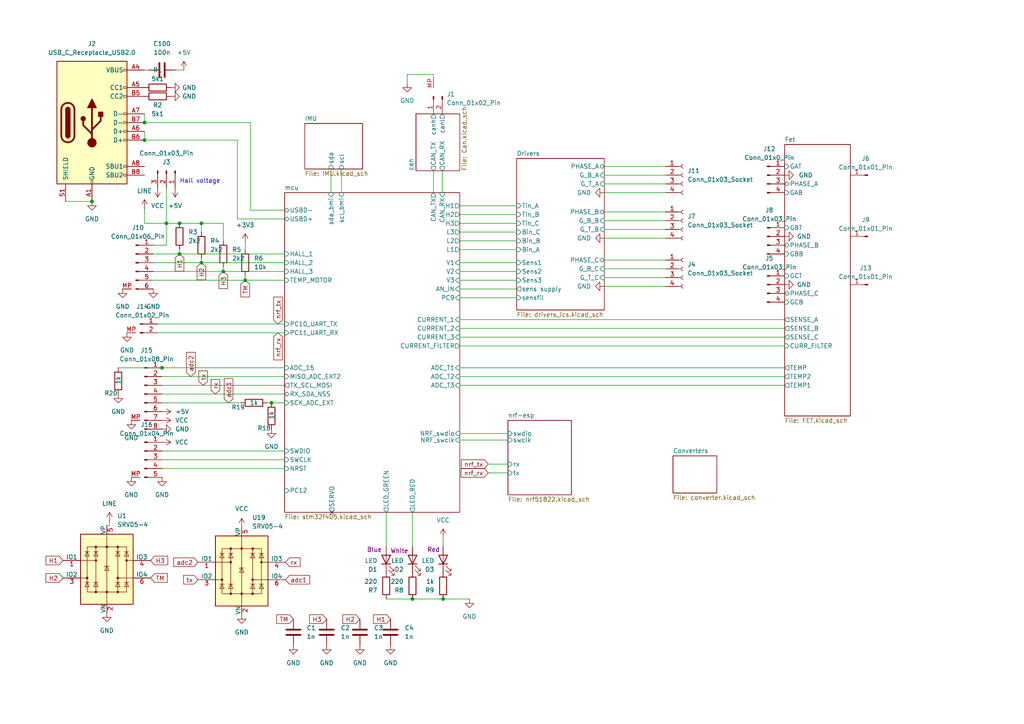
<source format=kicad_sch>
(kicad_sch (version 20231120) (generator "eeschema") (generator_version "8.0")
  (paper "A4")
  (title_block (title "BaguettESC100-100") (date "2024-11-09") (rev "Prot-1"))
  (lib_symbols
    (symbol "Conn_01x02_Pin_1" (pin_names (offset 1.016) hide)
      (property "Reference" "J14" (at 0.635 5.08 0))
      (property "Value" "Conn_01x02_Pin" (at 0.635 2.54 0))
      (symbol "Conn_01x02_Pin_1_1_1"
        (polyline (pts (xy 1.27 -2.54) (xy 0.8636 -2.54)) (stroke (width 0.1524)))
        (polyline (pts (xy 1.27 0) (xy 0.8636 0)) (stroke (width 0.1524)))
        (rectangle (start 0.8636 -2.413) (end 0 -2.667) (stroke (width 0.1524)) (fill (type outline)))
        (rectangle (start 0.8636 0.127) (end 0 -0.127) (stroke (width 0.1524)) (fill (type outline)))
        (pin passive line (at 5.08 0 180) (length 3.81) (name "Pin_1") (number "1"))
        (pin passive line (at 5.08 -2.54 180) (length 3.81) (name "Pin_2") (number "2"))
        (pin passive line (at -3.81 -2.54 0) (length 2.54) (name "MP") (number "MP"))
      )
    )
    (symbol "Connector:Conn_01x01_Pin" (pin_names (offset 1.016) hide)
      (property "Reference" "J" (at 0 2.54 0))
      (property "Value" "Conn_01x01_Pin" (at 0 -2.54 0))
      (symbol "Conn_01x01_Pin_1_1"
        (polyline (pts (xy 1.27 0) (xy 0.8636 0)) (stroke (width 0.1524)))
        (rectangle (start 0.8636 0.127) (end 0 -0.127) (stroke (width 0.1524)) (fill (type outline)))
        (pin passive line (at 5.08 0 180) (length 3.81) (name "Pin_1") (number "1"))
      )
    )
    (symbol "Connector:Conn_01x02_Pin" (pin_names (offset 1.016) hide)
      (property "Reference" "J1" (at -0.635 1.27 90))
      (property "Value" "Conn_01x02_Pin" (at 1.905 1.27 90))
      (symbol "Conn_01x02_Pin_1_1"
        (polyline (pts (xy 1.27 -2.54) (xy 0.8636 -2.54)) (stroke (width 0.1524)))
        (polyline (pts (xy 1.27 0) (xy 0.8636 0)) (stroke (width 0.1524)))
        (rectangle (start 0.8636 -2.413) (end 0 -2.667) (stroke (width 0.1524)) (fill (type outline)))
        (rectangle (start 0.8636 0.127) (end 0 -0.127) (stroke (width 0.1524)) (fill (type outline)))
        (pin passive line (at 5.08 -2.54 180) (length 3.81) (name "Pin_1") (number "1"))
        (pin passive line (at 5.08 0 180) (length 3.81) (name "Pin_2") (number "2"))
        (pin passive line (at -5.08 -2.54 0) (length 2.54) (name "MP") (number "MP"))
      )
    )
    (symbol "Connector:Conn_01x03_Pin" (pin_names (offset 1.016) hide)
      (property "Reference" "J" (at 0 5.08 0))
      (property "Value" "Conn_01x03_Pin" (at 0 -5.08 0))
      (symbol "Conn_01x03_Pin_1_1"
        (polyline (pts (xy 1.27 -2.54) (xy 0.8636 -2.54)) (stroke (width 0.1524)))
        (polyline (pts (xy 1.27 0) (xy 0.8636 0)) (stroke (width 0.1524)))
        (polyline (pts (xy 1.27 2.54) (xy 0.8636 2.54)) (stroke (width 0.1524)))
        (rectangle (start 0.8636 -2.413) (end 0 -2.667) (stroke (width 0.1524)) (fill (type outline)))
        (rectangle (start 0.8636 0.127) (end 0 -0.127) (stroke (width 0.1524)) (fill (type outline)))
        (rectangle (start 0.8636 2.667) (end 0 2.413) (stroke (width 0.1524)) (fill (type outline)))
        (pin passive line (at 5.08 2.54 180) (length 3.81) (name "Pin_1") (number "1"))
        (pin passive line (at 5.08 0 180) (length 3.81) (name "Pin_2") (number "2"))
        (pin passive line (at 5.08 -2.54 180) (length 3.81) (name "Pin_3") (number "3"))
      )
    )
    (symbol "Connector:Conn_01x04_Pin" (pin_names (offset 1.016) hide)
      (property "Reference" "J" (at 0 5.08 0))
      (property "Value" "Conn_01x04_Pin" (at 0 -7.62 0))
      (symbol "Conn_01x04_Pin_1_1"
        (polyline (pts (xy 1.27 -5.08) (xy 0.8636 -5.08)) (stroke (width 0.1524)))
        (polyline (pts (xy 1.27 -2.54) (xy 0.8636 -2.54)) (stroke (width 0.1524)))
        (polyline (pts (xy 1.27 0) (xy 0.8636 0)) (stroke (width 0.1524)))
        (polyline (pts (xy 1.27 2.54) (xy 0.8636 2.54)) (stroke (width 0.1524)))
        (rectangle (start 0.8636 -4.953) (end 0 -5.207) (stroke (width 0.1524)) (fill (type outline)))
        (rectangle (start 0.8636 -2.413) (end 0 -2.667) (stroke (width 0.1524)) (fill (type outline)))
        (rectangle (start 0.8636 0.127) (end 0 -0.127) (stroke (width 0.1524)) (fill (type outline)))
        (rectangle (start 0.8636 2.667) (end 0 2.413) (stroke (width 0.1524)) (fill (type outline)))
        (pin passive line (at 5.08 2.54 180) (length 3.81) (name "Pin_1") (number "1"))
        (pin passive line (at 5.08 0 180) (length 3.81) (name "Pin_2") (number "2"))
        (pin passive line (at 5.08 -2.54 180) (length 3.81) (name "Pin_3") (number "3"))
        (pin passive line (at 5.08 -5.08 180) (length 3.81) (name "Pin_4") (number "4"))
      )
    )
    (symbol "Connector:Conn_01x04_Socket" (pin_names (offset 1.016) hide)
      (property "Reference" "J" (at 0 5.08 0))
      (property "Value" "Conn_01x04_Socket" (at 0 -7.62 0))
      (symbol "Conn_01x04_Socket_1_1"
        (arc (start 0 -4.572) (mid -0.5058 -5.08) (end 0 -5.588) (stroke (width 0.1524)))
        (arc (start 0 -2.032) (mid -0.5058 -2.54) (end 0 -3.048) (stroke (width 0.1524)))
        (polyline (pts (xy -1.27 -5.08) (xy -0.508 -5.08)) (stroke (width 0.1524)))
        (polyline (pts (xy -1.27 -2.54) (xy -0.508 -2.54)) (stroke (width 0.1524)))
        (polyline (pts (xy -1.27 0) (xy -0.508 0)) (stroke (width 0.1524)))
        (polyline (pts (xy -1.27 2.54) (xy -0.508 2.54)) (stroke (width 0.1524)))
        (arc (start 0 0.508) (mid -0.5058 0) (end 0 -0.508) (stroke (width 0.1524)))
        (arc (start 0 3.048) (mid -0.5058 2.54) (end 0 2.032) (stroke (width 0.1524)))
        (pin passive line (at -5.08 2.54 0) (length 3.81) (name "Pin_1") (number "1"))
        (pin passive line (at -5.08 0 0) (length 3.81) (name "Pin_2") (number "2"))
        (pin passive line (at -5.08 -2.54 0) (length 3.81) (name "Pin_3") (number "3"))
        (pin passive line (at -5.08 -5.08 0) (length 3.81) (name "Pin_4") (number "4"))
      )
    )
    (symbol "Connector:Conn_01x05_Pin" (pin_names (offset 1.016) hide)
      (property "Reference" "J16" (at 0.635 10.16 0))
      (property "Value" "Conn_01x04_Pin" (at 0.635 7.62 0))
      (symbol "Conn_01x05_Pin_1_1"
        (polyline (pts (xy 1.27 -5.08) (xy 0.8636 -5.08)) (stroke (width 0.1524)))
        (polyline (pts (xy 1.27 -2.54) (xy 0.8636 -2.54)) (stroke (width 0.1524)))
        (polyline (pts (xy 1.27 0) (xy 0.8636 0)) (stroke (width 0.1524)))
        (polyline (pts (xy 1.27 2.54) (xy 0.8636 2.54)) (stroke (width 0.1524)))
        (polyline (pts (xy 1.27 5.08) (xy 0.8636 5.08)) (stroke (width 0.1524)))
        (rectangle (start 0.8636 -4.953) (end 0 -5.207) (stroke (width 0.1524)) (fill (type outline)))
        (rectangle (start 0.8636 -2.413) (end 0 -2.667) (stroke (width 0.1524)) (fill (type outline)))
        (rectangle (start 0.8636 0.127) (end 0 -0.127) (stroke (width 0.1524)) (fill (type outline)))
        (rectangle (start 0.8636 2.667) (end 0 2.413) (stroke (width 0.1524)) (fill (type outline)))
        (rectangle (start 0.8636 5.207) (end 0 4.953) (stroke (width 0.1524)) (fill (type outline)))
        (pin passive line (at 5.08 5.08 180) (length 3.81) (name "Pin_1") (number "1"))
        (pin passive line (at 5.08 2.54 180) (length 3.81) (name "Pin_2") (number "2"))
        (pin passive line (at 5.08 0 180) (length 3.81) (name "Pin_3") (number "3"))
        (pin passive line (at 5.08 -2.54 180) (length 3.81) (name "Pin_4") (number "4"))
        (pin passive line (at 5.08 -5.08 180) (length 3.81) (name "Pin_5") (number "5"))
        (pin input line (at -3.81 -5.08 0) (length 2.54) (name "MP") (number "MP"))
      )
    )
    (symbol "Connector:Conn_01x06_Pin" (pin_names (offset 1.016) hide)
      (property "Reference" "J10" (at 0.635 10.16 0))
      (property "Value" "Conn_01x06_Pin" (at 0.635 7.62 0))
      (symbol "Conn_01x06_Pin_1_1"
        (polyline (pts (xy 1.27 -7.62) (xy 0.8636 -7.62)) (stroke (width 0.1524)))
        (polyline (pts (xy 1.27 -5.08) (xy 0.8636 -5.08)) (stroke (width 0.1524)))
        (polyline (pts (xy 1.27 -2.54) (xy 0.8636 -2.54)) (stroke (width 0.1524)))
        (polyline (pts (xy 1.27 0) (xy 0.8636 0)) (stroke (width 0.1524)))
        (polyline (pts (xy 1.27 2.54) (xy 0.8636 2.54)) (stroke (width 0.1524)))
        (polyline (pts (xy 1.27 5.08) (xy 0.8636 5.08)) (stroke (width 0.1524)))
        (rectangle (start 0.8636 -7.493) (end 0 -7.747) (stroke (width 0.1524)) (fill (type outline)))
        (rectangle (start 0.8636 -4.953) (end 0 -5.207) (stroke (width 0.1524)) (fill (type outline)))
        (rectangle (start 0.8636 -2.413) (end 0 -2.667) (stroke (width 0.1524)) (fill (type outline)))
        (rectangle (start 0.8636 0.127) (end 0 -0.127) (stroke (width 0.1524)) (fill (type outline)))
        (rectangle (start 0.8636 2.667) (end 0 2.413) (stroke (width 0.1524)) (fill (type outline)))
        (rectangle (start 0.8636 5.207) (end 0 4.953) (stroke (width 0.1524)) (fill (type outline)))
        (pin passive line (at 5.08 5.08 180) (length 3.81) (name "Pin_1") (number "1"))
        (pin passive line (at 5.08 2.54 180) (length 3.81) (name "Pin_2") (number "2"))
        (pin passive line (at 5.08 0 180) (length 3.81) (name "Pin_3") (number "3"))
        (pin passive line (at 5.08 -2.54 180) (length 3.81) (name "Pin_4") (number "4"))
        (pin passive line (at 5.08 -5.08 180) (length 3.81) (name "Pin_5") (number "5"))
        (pin passive line (at 5.08 -7.62 180) (length 3.81) (name "Pin_6") (number "6"))
        (pin passive line (at -3.81 -7.62 0) (length 2.54) (name "MP") (number "MP"))
      )
    )
    (symbol "Connector:Conn_01x08_Pin" (pin_names (offset 1.016) hide)
      (property "Reference" "J15" (at 0.635 12.7 0))
      (property "Value" "Conn_01x08_Pin" (at 0.635 10.16 0))
      (symbol "Conn_01x08_Pin_1_1"
        (polyline (pts (xy 1.27 -10.16) (xy 0.8636 -10.16)) (stroke (width 0.1524)))
        (polyline (pts (xy 1.27 -7.62) (xy 0.8636 -7.62)) (stroke (width 0.1524)))
        (polyline (pts (xy 1.27 -5.08) (xy 0.8636 -5.08)) (stroke (width 0.1524)))
        (polyline (pts (xy 1.27 -2.54) (xy 0.8636 -2.54)) (stroke (width 0.1524)))
        (polyline (pts (xy 1.27 0) (xy 0.8636 0)) (stroke (width 0.1524)))
        (polyline (pts (xy 1.27 2.54) (xy 0.8636 2.54)) (stroke (width 0.1524)))
        (polyline (pts (xy 1.27 5.08) (xy 0.8636 5.08)) (stroke (width 0.1524)))
        (polyline (pts (xy 1.27 7.62) (xy 0.8636 7.62)) (stroke (width 0.1524)))
        (rectangle (start 0.8636 -10.033) (end 0 -10.287) (stroke (width 0.1524)) (fill (type outline)))
        (rectangle (start 0.8636 -7.493) (end 0 -7.747) (stroke (width 0.1524)) (fill (type outline)))
        (rectangle (start 0.8636 -4.953) (end 0 -5.207) (stroke (width 0.1524)) (fill (type outline)))
        (rectangle (start 0.8636 -2.413) (end 0 -2.667) (stroke (width 0.1524)) (fill (type outline)))
        (rectangle (start 0.8636 0.127) (end 0 -0.127) (stroke (width 0.1524)) (fill (type outline)))
        (rectangle (start 0.8636 2.667) (end 0 2.413) (stroke (width 0.1524)) (fill (type outline)))
        (rectangle (start 0.8636 5.207) (end 0 4.953) (stroke (width 0.1524)) (fill (type outline)))
        (rectangle (start 0.8636 7.747) (end 0 7.493) (stroke (width 0.1524)) (fill (type outline)))
        (pin passive line (at 5.08 7.62 180) (length 3.81) (name "Pin_1") (number "1"))
        (pin passive line (at 5.08 5.08 180) (length 3.81) (name "Pin_2") (number "2"))
        (pin passive line (at 5.08 2.54 180) (length 3.81) (name "Pin_3") (number "3"))
        (pin passive line (at 5.08 0 180) (length 3.81) (name "Pin_4") (number "4"))
        (pin passive line (at 5.08 -2.54 180) (length 3.81) (name "Pin_5") (number "5"))
        (pin passive line (at 5.08 -5.08 180) (length 3.81) (name "Pin_6") (number "6"))
        (pin passive line (at 5.08 -7.62 180) (length 3.81) (name "Pin_7") (number "7"))
        (pin passive line (at 5.08 -10.16 180) (length 3.81) (name "Pin_8") (number "8"))
        (pin passive line (at -3.81 -7.62 0) (length 2.54) (name "MP") (number "MP"))
      )
    )
    (symbol "Connector:USB_C_Receptacle_USB2.0" (pin_names (offset 1.016))
      (property "Reference" "J" (at -10.16 19.05 0))
      (property "Value" "USB_C_Receptacle_USB2.0" (at 19.05 19.05 0))
      (symbol "USB_C_Receptacle_USB2.0_0_0"
        (rectangle (start -0.254 -17.78) (end 0.254 -16.764))
        (rectangle (start 10.16 -14.986) (end 9.144 -15.494))
        (rectangle (start 10.16 -12.446) (end 9.144 -12.954))
        (rectangle (start 10.16 -4.826) (end 9.144 -5.334))
        (rectangle (start 10.16 -2.286) (end 9.144 -2.794))
        (rectangle (start 10.16 0.254) (end 9.144 -0.254))
        (rectangle (start 10.16 2.794) (end 9.144 2.286))
        (rectangle (start 10.16 7.874) (end 9.144 7.366))
        (rectangle (start 10.16 10.414) (end 9.144 9.906))
        (rectangle (start 10.16 15.494) (end 9.144 14.986))
      )
      (symbol "USB_C_Receptacle_USB2.0_0_1"
        (rectangle (start -10.16 17.78) (end 10.16 -17.78) (stroke (width 0.254)) (fill (type background)))
        (arc (start -8.89 -3.81) (mid -6.985 -5.7067) (end -5.08 -3.81) (stroke (width 0.508)))
        (arc (start -7.62 -3.81) (mid -6.985 -4.4423) (end -6.35 -3.81) (stroke (width 0.254)))
        (arc (start -7.62 -3.81) (mid -6.985 -4.4423) (end -6.35 -3.81) (stroke (width 0.254)) (fill (type outline)))
        (rectangle (start -7.62 -3.81) (end -6.35 3.81) (stroke (width 0.254)) (fill (type outline)))
        (arc (start -6.35 3.81) (mid -6.985 4.4423) (end -7.62 3.81) (stroke (width 0.254)))
        (arc (start -6.35 3.81) (mid -6.985 4.4423) (end -7.62 3.81) (stroke (width 0.254)) (fill (type outline)))
        (arc (start -5.08 3.81) (mid -6.985 5.7067) (end -8.89 3.81) (stroke (width 0.508)))
        (circle (center -2.54 1.143) (radius 0.635) (stroke (width 0.254)) (fill (type outline)))
        (circle (center 0 -5.842) (radius 1.27) (fill (type outline)))
        (polyline (pts (xy -8.89 -3.81) (xy -8.89 3.81)) (stroke (width 0.508)))
        (polyline (pts (xy -5.08 3.81) (xy -5.08 -3.81)) (stroke (width 0.508)))
        (polyline (pts (xy 0 -5.842) (xy 0 4.318)) (stroke (width 0.508)))
        (polyline (pts (xy 0 -3.302) (xy -2.54 -0.762) (xy -2.54 0.508)) (stroke (width 0.508)))
        (polyline (pts (xy 0 -2.032) (xy 2.54 0.508) (xy 2.54 1.778)) (stroke (width 0.508)))
        (polyline (pts (xy -1.27 4.318) (xy 0 6.858) (xy 1.27 4.318) (xy -1.27 4.318)) (stroke (width 0.254)) (fill (type outline)))
        (rectangle (start 1.905 1.778) (end 3.175 3.048) (stroke (width 0.254)) (fill (type outline)))
      )
      (symbol "USB_C_Receptacle_USB2.0_1_1"
        (pin passive line (at 0 -22.86 90) (length 5.08) (name "GND") (number "A1"))
        (pin passive line (at 0 -22.86 90) (length 5.08) hide (name "GND") (number "A12"))
        (pin passive line (at 15.24 15.24 180) (length 5.08) (name "VBUS") (number "A4"))
        (pin bidirectional line (at 15.24 10.16 180) (length 5.08) (name "CC1") (number "A5"))
        (pin bidirectional line (at 15.24 -2.54 180) (length 5.08) (name "D+") (number "A6"))
        (pin bidirectional line (at 15.24 2.54 180) (length 5.08) (name "D-") (number "A7"))
        (pin bidirectional line (at 15.24 -12.7 180) (length 5.08) (name "SBU1") (number "A8"))
        (pin passive line (at 15.24 15.24 180) (length 5.08) hide (name "VBUS") (number "A9"))
        (pin passive line (at 0 -22.86 90) (length 5.08) hide (name "GND") (number "B1"))
        (pin passive line (at 0 -22.86 90) (length 5.08) hide (name "GND") (number "B12"))
        (pin passive line (at 15.24 15.24 180) (length 5.08) hide (name "VBUS") (number "B4"))
        (pin bidirectional line (at 15.24 7.62 180) (length 5.08) (name "CC2") (number "B5"))
        (pin bidirectional line (at 15.24 -5.08 180) (length 5.08) (name "D+") (number "B6"))
        (pin bidirectional line (at 15.24 0 180) (length 5.08) (name "D-") (number "B7"))
        (pin bidirectional line (at 15.24 -15.24 180) (length 5.08) (name "SBU2") (number "B8"))
        (pin passive line (at 15.24 15.24 180) (length 5.08) hide (name "VBUS") (number "B9"))
        (pin passive line (at -7.62 -22.86 90) (length 5.08) (name "SHIELD") (number "S1"))
      )
    )
    (symbol "Device:C" (pin_numbers hide) (pin_names (offset 0.254))
      (property "Reference" "C" (at 0.635 2.54 0))
      (property "Value" "C" (at 0.635 -2.54 0))
      (symbol "C_0_1"
        (polyline (pts (xy -2.032 -0.762) (xy 2.032 -0.762)) (stroke (width 0.508)))
        (polyline (pts (xy -2.032 0.762) (xy 2.032 0.762)) (stroke (width 0.508)))
      )
      (symbol "C_1_1"
        (pin passive line (at 0 3.81 270) (length 2.794) (name "~") (number "1"))
        (pin passive line (at 0 -3.81 90) (length 2.794) (name "~") (number "2"))
      )
    )
    (symbol "Device:LED" (pin_numbers hide) (pin_names (offset 1.016) hide)
      (property "Reference" "D" (at 0 2.54 0))
      (property "Value" "LED" (at 0 -2.54 0))
      (symbol "LED_0_1"
        (polyline (pts (xy -1.27 -1.27) (xy -1.27 1.27)) (stroke (width 0.254)))
        (polyline (pts (xy -1.27 0) (xy 1.27 0)))
        (polyline (pts (xy 1.27 -1.27) (xy 1.27 1.27) (xy -1.27 0) (xy 1.27 -1.27)) (stroke (width 0.254)))
        (polyline (pts (xy -3.048 -0.762) (xy -4.572 -2.286) (xy -3.81 -2.286) (xy -4.572 -2.286) (xy -4.572 -1.524)))
        (polyline (pts (xy -1.778 -0.762) (xy -3.302 -2.286) (xy -2.54 -2.286) (xy -3.302 -2.286) (xy -3.302 -1.524)))
      )
      (symbol "LED_1_1"
        (pin passive line (at -3.81 0 0) (length 2.54) (name "K") (number "1"))
        (pin passive line (at 3.81 0 180) (length 2.54) (name "A") (number "2"))
      )
    )
    (symbol "Device:R" (pin_numbers hide) (pin_names (offset 0))
      (property "Reference" "R" (at 2.032 0 90))
      (property "Value" "R" (at 0 0 90))
      (symbol "R_0_1"
        (rectangle (start -1.016 -2.54) (end 1.016 2.54) (stroke (width 0.254)))
      )
      (symbol "R_1_1"
        (pin passive line (at 0 3.81 270) (length 1.27) (name "~") (number "1"))
        (pin passive line (at 0 -3.81 90) (length 1.27) (name "~") (number "2"))
      )
    )
    (symbol "Power_Protection:SRV05-4" (pin_names (offset 0))
      (property "Reference" "U" (at -5.08 11.43 0))
      (property "Value" "SRV05-4" (at 2.54 11.43 0))
      (symbol "SRV05-4_0_0"
        (rectangle (start -5.715 6.477) (end 5.715 -6.604))
        (polyline (pts (xy -3.175 -6.604) (xy -3.175 6.477)))
        (polyline (pts (xy 3.175 6.477) (xy 3.175 -6.604)))
      )
      (symbol "SRV05-4_0_1"
        (rectangle (start -7.62 10.16) (end 7.62 -10.16) (stroke (width 0.254)) (fill (type background)))
        (circle (center -5.715 -2.54) (radius 0.2794) (fill (type outline)))
        (circle (center -3.175 -6.604) (radius 0.2794) (fill (type outline)))
        (circle (center -3.175 2.54) (radius 0.2794) (fill (type outline)))
        (circle (center -3.175 6.477) (radius 0.2794) (fill (type outline)))
        (circle (center 0 -6.604) (radius 0.2794) (fill (type outline)))
        (polyline (pts (xy -7.747 2.54) (xy -3.175 2.54)))
        (polyline (pts (xy -7.62 -2.54) (xy -5.715 -2.54)))
        (polyline (pts (xy -5.08 -3.81) (xy -6.35 -3.81)))
        (polyline (pts (xy -5.08 5.08) (xy -6.35 5.08)))
        (polyline (pts (xy -2.54 -3.81) (xy -3.81 -3.81)))
        (polyline (pts (xy -2.54 5.08) (xy -3.81 5.08)))
        (polyline (pts (xy 0 10.16) (xy 0 -10.16)))
        (polyline (pts (xy 3.81 -3.81) (xy 2.54 -3.81)))
        (polyline (pts (xy 3.81 5.08) (xy 2.54 5.08)))
        (polyline (pts (xy 6.35 -3.81) (xy 5.08 -3.81)))
        (polyline (pts (xy 6.35 5.08) (xy 5.08 5.08)))
        (polyline (pts (xy 7.62 -2.54) (xy 3.175 -2.54)))
        (polyline (pts (xy 7.62 2.54) (xy 5.715 2.54)))
        (polyline (pts (xy 0.635 0.889) (xy -0.635 0.889) (xy -0.635 0.635)))
        (polyline (pts (xy -5.08 -5.08) (xy -6.35 -5.08) (xy -5.715 -3.81) (xy -5.08 -5.08)))
        (polyline (pts (xy -5.08 3.81) (xy -6.35 3.81) (xy -5.715 5.08) (xy -5.08 3.81)))
        (polyline (pts (xy -2.54 -5.08) (xy -3.81 -5.08) (xy -3.175 -3.81) (xy -2.54 -5.08)))
        (polyline (pts (xy -2.54 3.81) (xy -3.81 3.81) (xy -3.175 5.08) (xy -2.54 3.81)))
        (polyline (pts (xy 0.635 -0.381) (xy -0.635 -0.381) (xy 0 0.889) (xy 0.635 -0.381)))
        (polyline (pts (xy 3.81 -5.08) (xy 2.54 -5.08) (xy 3.175 -3.81) (xy 3.81 -5.08)))
        (polyline (pts (xy 3.81 3.81) (xy 2.54 3.81) (xy 3.175 5.08) (xy 3.81 3.81)))
        (polyline (pts (xy 6.35 -5.08) (xy 5.08 -5.08) (xy 5.715 -3.81) (xy 6.35 -5.08)))
        (polyline (pts (xy 6.35 3.81) (xy 5.08 3.81) (xy 5.715 5.08) (xy 6.35 3.81)))
        (circle (center 0 6.477) (radius 0.2794) (fill (type outline)))
        (circle (center 3.175 -6.604) (radius 0.2794) (fill (type outline)))
        (circle (center 3.175 -2.54) (radius 0.2794) (fill (type outline)))
        (circle (center 3.175 6.477) (radius 0.2794) (fill (type outline)))
        (circle (center 5.715 2.54) (radius 0.2794) (fill (type outline)))
      )
      (symbol "SRV05-4_1_1"
        (pin passive line (at -12.7 2.54 0) (length 5.08) (name "IO1") (number "1"))
        (pin passive line (at 0 -12.7 90) (length 2.54) (name "VN") (number "2"))
        (pin passive line (at -12.7 -2.54 0) (length 5.08) (name "IO2") (number "3"))
        (pin passive line (at 12.7 2.54 180) (length 5.08) (name "IO3") (number "4"))
        (pin passive line (at 0 12.7 270) (length 2.54) (name "VP") (number "5"))
        (pin passive line (at 12.7 -2.54 180) (length 5.08) (name "IO4") (number "6"))
      )
    )
    (symbol "power:+3V3" (power) (pin_names (offset 0))
      (property "Value" "+3V3" (at 0 3.556 0))
      (symbol "+3V3_0_1"
        (polyline (pts (xy -0.762 1.27) (xy 0 2.54)))
        (polyline (pts (xy 0 0) (xy 0 2.54)))
        (polyline (pts (xy 0 2.54) (xy 0.762 1.27)))
      )
      (symbol "+3V3_1_1"
        (pin power_in line (at 0 0 90) (length 0) hide (name "+3V3") (number "1"))
      )
    )
    (symbol "power:+5V" (power) (pin_names (offset 0))
      (property "Value" "+5V" (at 0 3.556 0))
      (symbol "+5V_0_1"
        (polyline (pts (xy -0.762 1.27) (xy 0 2.54)))
        (polyline (pts (xy 0 0) (xy 0 2.54)))
        (polyline (pts (xy 0 2.54) (xy 0.762 1.27)))
      )
      (symbol "+5V_1_1"
        (pin power_in line (at 0 0 90) (length 0) hide (name "+5V") (number "1"))
      )
    )
    (symbol "power:GND" (power) (pin_names (offset 0))
      (property "Value" "GND" (at 0 -3.81 0))
      (symbol "GND_0_1"
        (polyline (pts (xy 0 0) (xy 0 -1.27) (xy 1.27 -1.27) (xy 0 -2.54) (xy -1.27 -1.27) (xy 0 -1.27)))
      )
      (symbol "GND_1_1"
        (pin power_in line (at 0 0 270) (length 0) hide (name "GND") (number "1"))
      )
    )
    (symbol "power:LINE" (power) (pin_numbers hide) (pin_names (offset 0) hide)
      (property "Value" "LINE" (at 0 3.556 0))
      (symbol "LINE_0_1"
        (polyline (pts (xy -0.762 1.27) (xy 0 2.54)))
        (polyline (pts (xy 0 0) (xy 0 2.54)))
        (polyline (pts (xy 0 2.54) (xy 0.762 1.27)))
      )
      (symbol "LINE_1_1"
        (pin power_in line (at 0 0 90) (length 0) (name "~") (number "1"))
      )
    )
    (symbol "power:VCC" (power) (pin_names (offset 0))
      (property "Value" "VCC" (at 0 3.81 0))
      (symbol "VCC_0_1"
        (polyline (pts (xy -0.762 1.27) (xy 0 2.54)))
        (polyline (pts (xy 0 0) (xy 0 2.54)))
        (polyline (pts (xy 0 2.54) (xy 0.762 1.27)))
      )
      (symbol "VCC_1_1"
        (pin power_in line (at 0 0 90) (length 0) hide (name "VCC") (number "1"))
      )
    )
  )
  (junction (at 52.07 73.66))
  (junction (at 48.26 64.77))
  (junction (at 128.524 173.736))
  (junction (at 64.77 78.74))
  (junction (at 58.42 64.77))
  (junction (at 52.07 64.77))
  (junction (at 41.91 35.56))
  (junction (at 26.67 58.42))
  (junction (at 119.634 173.736))
  (junction (at 46.99 106.68))
  (junction (at 41.91 40.64))
  (junction (at 78.74 116.84))
  (junction (at 58.42 76.2))
  (junction (at 71.12 81.28))
  (no_connect (at 96.266 148.59))
  (wire (pts (xy 133.35 86.36) (xy 149.86 86.36)))
  (wire (pts (xy 41.91 20.32) (xy 43.18 20.32)))
  (wire (pts (xy 133.35 127.635) (xy 147.32 127.635)))
  (wire (pts (xy 71.12 72.39) (xy 71.12 70.358)))
  (wire (pts (xy 149.86 72.39) (xy 133.35 72.39)))
  (wire (pts (xy 72.644 60.96) (xy 72.644 35.56)))
  (wire (pts (xy 58.42 74.93) (xy 58.42 76.2)))
  (wire (pts (xy 175.26 83.058) (xy 193.04 83.058)))
  (wire (pts (xy 44.45 81.28) (xy 71.12 81.28)))
  (wire (pts (xy 44.45 71.12) (xy 48.26 71.12)))
  (wire (pts (xy 41.91 33.02) (xy 41.91 35.56)))
  (wire (pts (xy 45.72 93.98) (xy 82.55 93.98)))
  (wire (pts (xy 58.42 76.2) (xy 82.55 76.2)))
  (wire (pts (xy 133.35 69.85) (xy 149.86 69.85)))
  (wire (pts (xy 99.06 49.022) (xy 99.06 55.88)))
  (wire (pts (xy 64.77 64.77) (xy 58.42 64.77)))
  (wire (pts (xy 128.524 155.956) (xy 128.524 158.496)))
  (wire (pts (xy 175.26 69.088) (xy 193.04 69.088)))
  (wire (pts (xy 133.35 64.77) (xy 149.86 64.77)))
  (wire (pts (xy 58.42 64.77) (xy 52.07 64.77)))
  (wire (pts (xy 133.35 62.23) (xy 149.86 62.23)))
  (wire (pts (xy 68.834 40.64) (xy 41.91 40.64)))
  (wire (pts (xy 133.35 76.2) (xy 149.86 76.2)))
  (wire (pts (xy 46.99 130.81) (xy 82.55 130.81)))
  (wire (pts (xy 48.26 64.77) (xy 48.26 71.12)))
  (wire (pts (xy 46.99 135.89) (xy 82.55 135.89)))
  (wire (pts (xy 133.35 95.25) (xy 227.584 95.25)))
  (wire (pts (xy 141.605 137.16) (xy 147.32 137.16)))
  (wire (pts (xy 175.26 80.518) (xy 193.04 80.518)))
  (wire (pts (xy 125.73 21.59) (xy 125.73 22.86)))
  (wire (pts (xy 52.07 73.66) (xy 82.55 73.66)))
  (wire (pts (xy 133.35 97.79) (xy 227.584 97.79)))
  (wire (pts (xy 96.012 49.022) (xy 96.012 55.88)))
  (wire (pts (xy 46.99 111.76) (xy 82.55 111.76)))
  (wire (pts (xy 34.29 106.68) (xy 46.99 106.68)))
  (wire (pts (xy 82.55 60.96) (xy 72.644 60.96)))
  (wire (pts (xy 68.834 63.5) (xy 68.834 40.64)))
  (wire (pts (xy 175.26 55.88) (xy 193.04 55.88)))
  (wire (pts (xy 41.91 60.452) (xy 41.91 64.77)))
  (wire (pts (xy 175.26 77.978) (xy 193.04 77.978)))
  (wire (pts (xy 64.77 64.77) (xy 64.77 69.85)))
  (wire (pts (xy 41.91 64.77) (xy 48.26 64.77)))
  (wire (pts (xy 112.014 158.496) (xy 112.014 148.59)))
  (wire (pts (xy 118.11 21.59) (xy 125.73 21.59)))
  (wire (pts (xy 46.99 133.35) (xy 82.55 133.35)))
  (wire (pts (xy 175.26 66.548) (xy 193.04 66.548)))
  (wire (pts (xy 64.77 77.47) (xy 64.77 78.74)))
  (wire (pts (xy 175.26 48.26) (xy 193.04 48.26)))
  (wire (pts (xy 133.35 92.71) (xy 227.584 92.71)))
  (wire (pts (xy 52.07 72.39) (xy 52.07 73.66)))
  (wire (pts (xy 50.8 20.32) (xy 53.34 20.32)))
  (wire (pts (xy 133.35 109.22) (xy 227.584 109.22)))
  (wire (pts (xy 46.99 109.22) (xy 82.55 109.22)))
  (wire (pts (xy 133.35 83.82) (xy 149.86 83.82)))
  (wire (pts (xy 31.75 151.13) (xy 31.75 152.4)))
  (wire (pts (xy 133.35 125.73) (xy 147.32 125.73)))
  (wire (pts (xy 119.634 158.496) (xy 119.634 148.59)))
  (wire (pts (xy 48.26 54.61) (xy 48.26 64.77)))
  (wire (pts (xy 58.42 64.77) (xy 58.42 67.31)))
  (wire (pts (xy 133.35 111.76) (xy 227.584 111.76)))
  (wire (pts (xy 175.26 61.468) (xy 193.04 61.468)))
  (wire (pts (xy 133.35 59.69) (xy 149.86 59.69)))
  (wire (pts (xy 82.55 63.5) (xy 68.834 63.5)))
  (wire (pts (xy 77.47 116.84) (xy 78.74 116.84)))
  (wire (pts (xy 46.99 116.84) (xy 69.85 116.84)))
  (wire (pts (xy 48.26 64.77) (xy 52.07 64.77)))
  (wire (pts (xy 133.35 67.31) (xy 149.86 67.31)))
  (wire (pts (xy 30.988 152.4) (xy 31.75 152.4)))
  (wire (pts (xy 175.26 50.8) (xy 193.04 50.8)))
  (wire (pts (xy 44.45 76.2) (xy 58.42 76.2)))
  (wire (pts (xy 19.05 58.42) (xy 26.67 58.42)))
  (wire (pts (xy 133.35 100.33) (xy 227.584 100.33)))
  (wire (pts (xy 44.45 73.66) (xy 52.07 73.66)))
  (wire (pts (xy 44.45 78.74) (xy 64.77 78.74)))
  (wire (pts (xy 41.91 35.56) (xy 72.644 35.56)))
  (wire (pts (xy 64.77 78.74) (xy 82.55 78.74)))
  (wire (pts (xy 133.35 78.74) (xy 149.86 78.74)))
  (wire (pts (xy 128.524 173.736) (xy 119.634 173.736)))
  (wire (pts (xy 45.72 96.52) (xy 82.55 96.52)))
  (wire (pts (xy 46.99 114.3) (xy 82.55 114.3)))
  (wire (pts (xy 141.605 134.62) (xy 147.32 134.62)))
  (wire (pts (xy 118.11 24.13) (xy 118.11 21.59)))
  (wire (pts (xy 46.99 106.68) (xy 82.55 106.68)))
  (wire (pts (xy 78.74 116.84) (xy 82.55 116.84)))
  (wire (pts (xy 136.144 173.736) (xy 128.524 173.736)))
  (wire (pts (xy 133.35 81.28) (xy 149.86 81.28)))
  (wire (pts (xy 71.12 80.01) (xy 71.12 81.28)))
  (wire (pts (xy 41.91 38.1) (xy 41.91 40.64)))
  (wire (pts (xy 71.12 81.28) (xy 82.55 81.28)))
  (wire (pts (xy 175.26 53.34) (xy 193.04 53.34)))
  (wire (pts (xy 128.27 49.53) (xy 128.27 55.88)))
  (wire (pts (xy 175.26 64.008) (xy 193.04 64.008)))
  (wire (pts (xy 125.73 49.53) (xy 125.73 55.88)))
  (wire (pts (xy 133.35 106.68) (xy 227.584 106.68)))
  (wire (pts (xy 119.634 173.736) (xy 112.014 173.736)))
  (wire (pts (xy 175.26 75.438) (xy 193.04 75.438)))
  (text "Hall voltage" (at 52.07 53.34 0) (effects (font (size 1.27 1.27)) (justify left bottom)))
  (global_label "TM" (shape input) (at 85.09 179.578 180) (property "Intersheetrefs" "${INTERSHEET_REFS}" (effects (hide yes))))
  (global_label "nrf_rx" (shape input) (at 141.605 137.16 180) (property "Intersheetrefs" "${INTERSHEET_REFS}" (effects (hide yes))))
  (global_label "H2" (shape input) (at 104.394 179.578 180) (property "Intersheetrefs" "${INTERSHEET_REFS}" (effects (hide yes))))
  (global_label "H3" (shape input) (at 43.688 162.56 0) (property "Intersheetrefs" "${INTERSHEET_REFS}" (effects (hide yes))))
  (global_label "nrf_tx" (shape input) (at 141.605 134.62 180) (property "Intersheetrefs" "${INTERSHEET_REFS}" (effects (hide yes))))
  (global_label "nrf_tx" (shape input) (at 80.645 93.98 90) (property "Intersheetrefs" "${INTERSHEET_REFS}" (effects (hide yes))))
  (global_label "tx" (shape input) (at 58.928 111.76 90) (property "Intersheetrefs" "${INTERSHEET_REFS}" (effects (hide yes))))
  (global_label "nrf_rx" (shape input) (at 80.645 96.52 270) (property "Intersheetrefs" "${INTERSHEET_REFS}" (effects (hide yes))))
  (global_label "rx" (shape input) (at 62.484 114.3 90) (property "Intersheetrefs" "${INTERSHEET_REFS}" (effects (hide yes))))
  (global_label "adc2" (shape input) (at 57.404 163.068 180) (property "Intersheetrefs" "${INTERSHEET_REFS}" (effects (hide yes))))
  (global_label "rx" (shape input) (at 82.804 163.068 0) (property "Intersheetrefs" "${INTERSHEET_REFS}" (effects (hide yes))))
  (global_label "adc1" (shape input) (at 66.294 116.84 90) (property "Intersheetrefs" "${INTERSHEET_REFS}" (effects (hide yes))))
  (global_label "H2" (shape input) (at 58.42 76.2 270) (property "Intersheetrefs" "${INTERSHEET_REFS}" (effects (hide yes))))
  (global_label "adc1" (shape input) (at 82.804 168.148 0) (property "Intersheetrefs" "${INTERSHEET_REFS}" (effects (hide yes))))
  (global_label "TM" (shape input) (at 71.12 81.28 270) (property "Intersheetrefs" "${INTERSHEET_REFS}" (effects (hide yes))))
  (global_label "H1" (shape input) (at 113.284 179.578 180) (property "Intersheetrefs" "${INTERSHEET_REFS}" (effects (hide yes))))
  (global_label "H3" (shape input) (at 64.77 78.74 270) (property "Intersheetrefs" "${INTERSHEET_REFS}" (effects (hide yes))))
  (global_label "H3" (shape input) (at 94.742 179.578 180) (property "Intersheetrefs" "${INTERSHEET_REFS}" (effects (hide yes))))
  (global_label "TM" (shape input) (at 43.688 167.64 0) (property "Intersheetrefs" "${INTERSHEET_REFS}" (effects (hide yes))))
  (global_label "H1" (shape input) (at 18.288 162.56 180) (property "Intersheetrefs" "${INTERSHEET_REFS}" (effects (hide yes))))
  (global_label "H2" (shape input) (at 18.288 167.64 180) (property "Intersheetrefs" "${INTERSHEET_REFS}" (effects (hide yes))))
  (global_label "H1" (shape input) (at 52.07 73.66 270) (property "Intersheetrefs" "${INTERSHEET_REFS}" (effects (hide yes))))
  (global_label "adc2" (shape input) (at 55.372 109.22 90) (property "Intersheetrefs" "${INTERSHEET_REFS}" (effects (hide yes))))
  (global_label "tx" (shape input) (at 57.404 168.148 180) (property "Intersheetrefs" "${INTERSHEET_REFS}" (effects (hide yes))))
  (symbol (lib_id "power:VCC") (at 46.99 121.92 270) (unit 1)
    (property "Reference" "#PWR017" (effects (hide yes)))
    (property "Value" "VCC" (at 50.8 121.92 90) (effects (justify left)))
  )
  (symbol (lib_id "power:GND") (at 136.144 173.736 0) (unit 1)
    (property "Reference" "#PWR022" (effects (hide yes)))
    (property "Value" "GND" (at 136.144 178.816 0))
  )
  (symbol (lib_id "power:GND") (at 35.56 83.82 0) (unit 1)
    (property "Reference" "#PWR0179" (effects (hide yes)))
    (property "Value" "GND" (at 35.56 88.9 0))
  )
  (symbol (lib_id "power:GND") (at 104.394 187.198 0) (unit 1)
    (property "Reference" "#PWR026" (effects (hide yes)))
    (property "Value" "GND" (at 104.394 192.278 0))
  )
  (symbol (lib_id "Device:C") (at 104.394 183.388 0) (unit 1)
    (property "Reference" "C3" (at 108.458 182.1179 0) (effects (justify left)))
    (property "Value" "1n" (at 108.458 184.6579 0) (effects (justify left)))
    (property "Footprint" "Capacitor_SMD:C_0603_1608Metric" (effects (hide yes)))
    (property "Description" "Unpolarized capacitor" (effects (hide yes)))
  )
  (symbol (lib_id "Power_Protection:SRV05-4") (at 70.104 165.608 0) (unit 1)
    (property "Reference" "U19" (at 73.1205 150.114 0) (effects (justify left)))
    (property "Value" "SRV05-4" (at 73.1205 152.654 0) (effects (justify left)))
    (property "Footprint" "Package_TO_SOT_SMD:SOT-23-6" (effects (hide yes)))
    (property "Datasheet" "http://www.onsemi.com/pub/Collateral/SRV05-4-D.PDF" (effects (hide yes)))
    (property "Description" "ESD Protection Diodes with Low Clamping Voltage, SOT-23-6" (effects (hide yes)))
  )
  (symbol (lib_id "power:+5V") (at 46.99 119.38 270) (unit 1)
    (property "Reference" "#PWR016" (effects (hide yes)))
    (property "Value" "+5V" (at 50.8 119.38 90) (effects (justify left)))
  )
  (symbol (lib_id "Device:C") (at 46.99 20.32 270) (unit 1)
    (property "Reference" "C100" (at 46.99 12.7 90))
    (property "Value" "100n" (at 46.99 15.24 90))
    (property "Footprint" "Capacitor_SMD:C_0402_1005Metric" (effects (hide yes)))
  )
  (symbol (lib_id "power:GND") (at 46.99 124.46 90) (unit 1)
    (property "Reference" "#PWR018" (effects (hide yes)))
    (property "Value" "GND" (at 50.8 124.46 90) (effects (justify right)))
  )
  (symbol (lib_id "power:+3V3") (at 71.12 70.358 0) (unit 1)
    (property "Reference" "#PWR010" (effects (hide yes)))
    (property "Value" "+3V3" (at 71.12 65.278 0))
  )
  (symbol (lib_id "power:GND") (at 175.26 55.88 270) (unit 1)
    (property "Reference" "#PWR06" (effects (hide yes)))
    (property "Value" "GND" (at 171.45 55.8799 90) (effects (justify right)))
  )
  (symbol (lib_id "power:GND") (at 49.53 27.94 90) (unit 1)
    (property "Reference" "#PWR03" (effects (hide yes)))
    (property "Value" "GND" (at 52.832 27.94 90) (effects (justify right)))
  )
  (symbol (lib_id "power:GND") (at 113.284 187.198 0) (unit 1)
    (property "Reference" "#PWR027" (effects (hide yes)))
    (property "Value" "GND" (at 113.284 192.278 0))
  )
  (symbol (lib_id "power:VCC") (at 128.524 155.956 0) (unit 1)
    (property "Reference" "#PWR021" (effects (hide yes)))
    (property "Value" "VCC" (at 128.524 150.876 0))
  )
  (symbol (lib_id "Power_Protection:SRV05-4") (at 30.988 165.1 0) (unit 1)
    (property "Reference" "U1" (at 34.0045 149.606 0) (effects (justify left)))
    (property "Value" "SRV05-4" (at 34.0045 152.146 0) (effects (justify left)))
    (property "Footprint" "Package_TO_SOT_SMD:SOT-23-6" (effects (hide yes)))
    (property "Datasheet" "http://www.onsemi.com/pub/Collateral/SRV05-4-D.PDF" (effects (hide yes)))
    (property "Description" "ESD Protection Diodes with Low Clamping Voltage, SOT-23-6" (effects (hide yes)))
  )
  (symbol (lib_id "Device:R") (at 64.77 73.66 180) (unit 1)
    (property "Reference" "R5" (at 67.31 72.39 0) (effects (justify right)))
    (property "Value" "2k2" (at 67.31 74.93 0) (effects (justify right)))
    (property "Footprint" "Resistor_SMD:R_0603_1608Metric" (effects (hide yes)))
  )
  (symbol (lib_id "Device:LED") (at 128.524 162.306 90) (unit 1)
    (property "Reference" "D3" (at 125.984 165.1635 90) (effects (justify left)))
    (property "Value" "LED" (at 125.984 162.6235 90) (effects (justify left)))
    (property "Footprint" "LED_SMD:LED_0603_1608Metric" (effects (hide yes)))
    (property "Champ4" "Blue" (at 108.585 159.385 90))
  )
  (symbol (lib_id "Device:LED") (at 112.014 162.306 90) (unit 1)
    (property "Reference" "D1" (at 109.474 165.1635 90) (effects (justify left)))
    (property "Value" "LED" (at 109.474 162.6235 90) (effects (justify left)))
    (property "Footprint" "LED_SMD:LED_0603_1608Metric" (effects (hide yes)))
    (property "Champ4" "Red" (at 125.73 159.385 90))
  )
  (symbol (lib_id "Device:R") (at 45.72 25.4 270) (unit 1)
    (property "Reference" "R1" (at 45.72 20.32 90))
    (property "Value" "5k1" (at 45.72 22.86 90))
    (property "Footprint" "Resistor_SMD:R_0603_1608Metric" (effects (hide yes)))
  )
  (symbol (lib_id "power:GND") (at 175.26 69.088 270) (unit 1)
    (property "Reference" "#PWR011" (effects (hide yes)))
    (property "Value" "GND" (at 171.45 69.0879 90) (effects (justify right)))
  )
  (symbol (lib_id "power:VCC") (at 46.99 128.27 270) (unit 1)
    (property "Reference" "#PWR0176" (effects (hide yes)))
    (property "Value" "VCC" (at 50.8 128.27 90) (effects (justify left)))
  )
  (symbol (lib_id "power:GND") (at 227.584 50.8 90) (unit 1)
    (property "Reference" "#PWR07" (effects (hide yes)))
    (property "Value" "GND" (at 231.648 50.7999 90) (effects (justify right)))
  )
  (symbol (lib_id "Device:R") (at 78.74 120.65 0) (unit 1)
    (property "Reference" "R18" (at 74.676 124.206 0) (effects (justify left)))
    (property "Value" "1k" (at 78.74 121.666 90) (effects (justify left)))
    (property "Footprint" "Resistor_SMD:R_0603_1608Metric" (effects (hide yes)))
  )
  (symbol (lib_id "power:+5V") (at 53.34 20.32 0) (unit 1)
    (property "Reference" "#PWR01" (effects (hide yes)))
    (property "Value" "+5V" (at 53.34 15.24 0))
  )
  (symbol (lib_id "Connector:Conn_01x02_Pin") (at 128.27 27.94 270) (unit 1)
    (property "Reference" "J1" (at 129.54 27.305 90) (effects (justify left)))
    (property "Value" "Conn_01x02_Pin" (at 129.54 29.845 90) (effects (justify left)))
    (property "Footprint" "Connector_JST:JST_GH_BM02B-GHS-TBT_1x02-1MP_P1.25mm_Vertical" (effects (hide yes)))
  )
  (symbol (lib_id "Connector:Conn_01x04_Socket") (at 198.12 77.978 0) (unit 1)
    (property "Reference" "J4" (at 199.39 76.708 0) (effects (justify left)))
    (property "Value" "Conn_01x03_Socket" (at 199.39 79.248 0) (effects (justify left)))
    (property "Footprint" "Connector_PinSocket_2.00mm:PinSocket_2x02_P2.00mm_Vertical_SMD" (effects (hide yes)))
  )
  (symbol (lib_id "power:GND") (at 227.584 82.55 90) (unit 1)
    (property "Reference" "#PWR015" (effects (hide yes)))
    (property "Value" "GND" (at 231.14 82.5499 90) (effects (justify right)))
  )
  (symbol (lib_id "power:GND") (at 46.99 138.43 0) (unit 1)
    (property "Reference" "#PWR019" (effects (hide yes)))
    (property "Value" "GND" (at 46.99 143.51 0))
  )
  (symbol (lib_id "Device:R") (at 58.42 71.12 180) (unit 1)
    (property "Reference" "R4" (at 60.96 69.85 0) (effects (justify right)))
    (property "Value" "2k2" (at 60.96 72.39 0) (effects (justify right)))
    (property "Footprint" "Resistor_SMD:R_0603_1608Metric" (effects (hide yes)))
  )
  (symbol (lib_id "Device:R") (at 128.524 169.926 180) (unit 1)
    (property "Reference" "R9" (at 125.984 171.196 0) (effects (justify left)))
    (property "Value" "1k" (at 125.984 168.656 0) (effects (justify left)))
    (property "Footprint" "Resistor_SMD:R_0603_1608Metric" (effects (hide yes)))
  )
  (symbol (lib_id "Connector:Conn_01x05_Pin") (at 41.91 133.35 0) (unit 1)
    (property "Reference" "J16" (at 42.545 123.19 0))
    (property "Value" "Conn_01x04_Pin" (at 42.545 125.73 0))
    (property "Footprint" "Connector_JST:JST_GH_BM05B-GHS-TBT_1x05-1MP_P1.25mm_Vertical" (effects (hide yes)))
    (property "Description" "Generic connector, single row, 01x05, script generated" (effects (hide yes)))
  )
  (symbol (lib_id "power:VCC") (at 45.72 54.61 180) (unit 1)
    (property "Reference" "#PWR04" (effects (hide yes)))
    (property "Value" "VCC" (at 45.72 59.69 0))
  )
  (symbol (lib_id "Connector:Conn_01x01_Pin") (at 251.714 82.55 180) (unit 1)
    (property "Reference" "J13" (at 251.079 77.724 0))
    (property "Value" "Conn_01x01_Pin" (at 251.079 80.264 0))
    (property "Footprint" "Connector_Wire:SolderWire-2.5sqmm_1x01_D2.4mm_OD3.6mm" (effects (hide yes)))
  )
  (symbol (lib_id "power:LINE") (at 31.75 151.13 0) (unit 1)
    (property "Reference" "#PWR020" (effects (hide yes)))
    (property "Value" "LINE" (at 31.75 146.05 0))
    (property "Description" "Power symbol creates a global label with name \"LINE\"" (effects (hide yes)))
  )
  (symbol (lib_id "Device:C") (at 85.09 183.388 0) (unit 1)
    (property "Reference" "C1" (at 88.9 182.1179 0) (effects (justify left)))
    (property "Value" "1n" (at 88.9 184.6579 0) (effects (justify left)))
    (property "Footprint" "Capacitor_SMD:C_0402_1005Metric" (effects (hide yes)))
    (property "Description" "Unpolarized capacitor" (effects (hide yes)))
  )
  (symbol (lib_id "Device:C") (at 113.284 183.388 0) (unit 1)
    (property "Reference" "C4" (at 117.348 182.1179 0) (effects (justify left)))
    (property "Value" "1n" (at 117.348 184.6579 0) (effects (justify left)))
    (property "Footprint" "Capacitor_SMD:C_0603_1608Metric" (effects (hide yes)))
    (property "Description" "Unpolarized capacitor" (effects (hide yes)))
  )
  (symbol (lib_name "Conn_01x02_Pin_1") (lib_id "Connector:Conn_01x02_Pin") (at 40.64 93.98 0) (unit 1)
    (property "Reference" "J14" (at 41.275 88.9 0))
    (property "Value" "Conn_01x02_Pin" (at 41.275 91.44 0))
    (property "Footprint" "Connector_JST:JST_GH_BM02B-GHS-TBT_1x02-1MP_P1.25mm_Vertical" (effects (hide yes)))
  )
  (symbol (lib_id "power:GND") (at 175.26 83.058 270) (unit 1)
    (property "Reference" "#PWR014" (effects (hide yes)))
    (property "Value" "GND" (at 171.45 83.0579 90) (effects (justify right)))
  )
  (symbol (lib_id "power:GND") (at 70.104 178.308 0) (unit 1)
    (property "Reference" "#PWR069" (effects (hide yes)))
    (property "Value" "GND" (at 70.104 183.388 0))
  )
  (symbol (lib_id "power:GND") (at 85.09 187.198 0) (unit 1)
    (property "Reference" "#PWR024" (effects (hide yes)))
    (property "Value" "GND" (at 85.09 192.278 0))
  )
  (symbol (lib_id "power:GND") (at 26.67 58.42 0) (unit 1)
    (property "Reference" "#PWR08" (effects (hide yes)))
    (property "Value" "GND" (at 26.67 63.5 0))
  )
  (symbol (lib_id "Connector:Conn_01x03_Pin") (at 48.26 49.53 270) (unit 1)
    (property "Reference" "J3" (at 48.26 46.99 90))
    (property "Value" "Conn_01x03_Pin" (at 48.26 44.45 90))
    (property "Footprint" "Button_Switch_SMD:SW_SPDT_PCM12" (effects (hide yes)))
  )
  (symbol (lib_id "Device:R") (at 52.07 68.58 180) (unit 1)
    (property "Reference" "R3" (at 54.61 67.31 0) (effects (justify right)))
    (property "Value" "2k2" (at 54.61 69.85 0) (effects (justify right)))
    (property "Footprint" "Resistor_SMD:R_0603_1608Metric" (effects (hide yes)))
  )
  (symbol (lib_id "Device:R") (at 71.12 76.2 180) (unit 1)
    (property "Reference" "R6" (at 73.66 74.9299 0) (effects (justify right)))
    (property "Value" "10k" (at 73.66 77.4699 0) (effects (justify right)))
    (property "Footprint" "Resistor_SMD:R_0603_1608Metric" (effects (hide yes)))
  )
  (symbol (lib_id "power:GND") (at 227.584 68.58 90) (unit 1)
    (property "Reference" "#PWR012" (effects (hide yes)))
    (property "Value" "GND" (at 231.14 68.5799 90) (effects (justify right)))
  )
  (symbol (lib_id "Connector:Conn_01x06_Pin") (at 39.37 76.2 0) (unit 1)
    (property "Reference" "J10" (at 40.005 66.04 0))
    (property "Value" "Conn_01x06_Pin" (at 40.005 68.58 0))
    (property "Footprint" "Connector_JST:JST_GH_BM06B-GHS-TBT_1x06-1MP_P1.25mm_Vertical" (effects (hide yes)))
  )
  (symbol (lib_id "Device:R") (at 34.29 110.49 0) (unit 1)
    (property "Reference" "R20" (at 30.226 114.046 0) (effects (justify left)))
    (property "Value" "1k" (at 34.29 111.506 90) (effects (justify left)))
    (property "Footprint" "Resistor_SMD:R_0603_1608Metric" (effects (hide yes)))
  )
  (symbol (lib_id "power:LINE") (at 41.91 60.452 0) (unit 1)
    (property "Reference" "#PWR09" (effects (hide yes)))
    (property "Value" "LINE" (at 41.91 55.372 0))
    (property "Description" "Power symbol creates a global label with name \"LINE\"" (effects (hide yes)))
  )
  (symbol (lib_id "power:GND") (at 78.74 124.46 0) (unit 1)
    (property "Reference" "#PWR0174" (effects (hide yes)))
    (property "Value" "GND" (at 78.74 129.54 0))
  )
  (symbol (lib_id "Connector:Conn_01x04_Pin") (at 222.504 68.58 0) (unit 1)
    (property "Reference" "J8" (at 223.139 60.96 0))
    (property "Value" "Conn_01x03_Pin" (at 223.139 63.5 0))
    (property "Footprint" "Connector_PinSocket_2.00mm:PinSocket_2x02_P2.00mm_Vertical_SMD" (effects (hide yes)))
  )
  (symbol (lib_id "Device:R") (at 112.014 169.926 180) (unit 1)
    (property "Reference" "R7" (at 109.474 171.196 0) (effects (justify left)))
    (property "Value" "220" (at 109.474 168.656 0) (effects (justify left)))
    (property "Footprint" "Resistor_SMD:R_0603_1608Metric" (effects (hide yes)))
  )
  (symbol (lib_id "Connector:Conn_01x01_Pin") (at 251.714 68.58 180) (unit 1)
    (property "Reference" "J9" (at 251.079 63.754 0))
    (property "Value" "Conn_01x01_Pin" (at 251.079 66.294 0))
    (property "Footprint" "Connector_Wire:SolderWire-2.5sqmm_1x01_D2.4mm_OD3.6mm" (effects (hide yes)))
  )
  (symbol (lib_id "power:GND") (at 44.45 83.82 0) (unit 1)
    (property "Reference" "#PWR013" (effects (hide yes)))
    (property "Value" "GND" (at 44.45 88.9 0))
  )
  (symbol (lib_id "Connector:Conn_01x01_Pin") (at 251.714 50.8 180) (unit 1)
    (property "Reference" "J6" (at 251.079 45.974 0))
    (property "Value" "Conn_01x01_Pin" (at 251.079 48.514 0))
    (property "Footprint" "Connector_Wire:SolderWire-2.5sqmm_1x01_D2.4mm_OD3.6mm" (effects (hide yes)))
  )
  (symbol (lib_id "power:GND") (at 30.988 177.8 0) (unit 1)
    (property "Reference" "#PWR023" (effects (hide yes)))
    (property "Value" "GND" (at 30.988 182.88 0))
  )
  (symbol (lib_id "power:GND") (at 36.83 96.52 0) (unit 1)
    (property "Reference" "#PWR0178" (effects (hide yes)))
    (property "Value" "GND" (at 36.83 101.6 0))
  )
  (symbol (lib_id "Connector:Conn_01x04_Socket") (at 198.12 50.8 0) (unit 1)
    (property "Reference" "J11" (at 199.39 49.53 0) (effects (justify left)))
    (property "Value" "Conn_01x03_Socket" (at 199.39 52.07 0) (effects (justify left)))
    (property "Footprint" "Connector_PinSocket_2.00mm:PinSocket_2x02_P2.00mm_Vertical_SMD" (effects (hide yes)))
  )
  (symbol (lib_id "power:GND") (at 38.1 121.92 0) (unit 1)
    (property "Reference" "#PWR0177" (effects (hide yes)))
    (property "Value" "GND" (at 38.1 127 0))
  )
  (symbol (lib_id "power:GND") (at 34.29 114.3 0) (unit 1)
    (property "Reference" "#PWR0182" (effects (hide yes)))
    (property "Value" "GND" (at 34.29 119.38 0))
  )
  (symbol (lib_id "power:GND") (at 118.11 24.13 0) (unit 1)
    (property "Reference" "#PWR0181" (effects (hide yes)))
    (property "Value" "GND" (at 118.11 29.21 0))
  )
  (symbol (lib_id "Device:R") (at 45.72 27.94 270) (unit 1)
    (property "Reference" "R2" (at 45.72 30.48 90))
    (property "Value" "5k1" (at 45.72 33.02 90))
    (property "Footprint" "Resistor_SMD:R_0603_1608Metric" (effects (hide yes)))
  )
  (symbol (lib_id "Connector:Conn_01x04_Pin") (at 222.504 82.55 0) (unit 1)
    (property "Reference" "J5" (at 223.139 74.93 0))
    (property "Value" "Conn_01x03_Pin" (at 223.139 77.47 0))
    (property "Footprint" "Connector_PinSocket_2.00mm:PinSocket_2x02_P2.00mm_Vertical_SMD" (effects (hide yes)))
  )
  (symbol (lib_id "Connector:Conn_01x08_Pin") (at 41.91 114.3 0) (unit 1)
    (property "Reference" "J15" (at 42.545 101.6 0))
    (property "Value" "Conn_01x08_Pin" (at 42.545 104.14 0))
    (property "Footprint" "Connector_JST:JST_GH_BM08B-GHS-TBT_1x08-1MP_P1.25mm_Vertical" (effects (hide yes)))
  )
  (symbol (lib_id "power:+5V") (at 50.8 54.61 180) (unit 1)
    (property "Reference" "#PWR05" (effects (hide yes)))
    (property "Value" "+5V" (at 50.8 59.69 0))
  )
  (symbol (lib_id "Connector:Conn_01x04_Pin") (at 222.504 50.8 0) (unit 1)
    (property "Reference" "J12" (at 223.139 43.18 0))
    (property "Value" "Conn_01x0_Pin" (at 223.139 45.72 0))
    (property "Footprint" "Connector_PinSocket_2.00mm:PinSocket_2x02_P2.00mm_Vertical_SMD" (effects (hide yes)))
  )
  (symbol (lib_id "power:GND") (at 94.742 187.198 0) (unit 1)
    (property "Reference" "#PWR025" (effects (hide yes)))
    (property "Value" "GND" (at 94.742 192.278 0))
  )
  (symbol (lib_id "Device:LED") (at 119.634 162.306 90) (unit 1)
    (property "Reference" "D2" (at 117.094 165.1635 90) (effects (justify left)))
    (property "Value" "LED" (at 117.094 162.6235 90) (effects (justify left)))
    (property "Footprint" "LED_SMD:LED_0603_1608Metric" (effects (hide yes)))
    (property "Champ4" "White" (at 115.824 159.766 90))
  )
  (symbol (lib_id "Connector:Conn_01x04_Socket") (at 198.12 64.008 0) (unit 1)
    (property "Reference" "J7" (at 199.39 62.738 0) (effects (justify left)))
    (property "Value" "Conn_01x03_Socket" (at 199.39 65.278 0) (effects (justify left)))
    (property "Footprint" "Connector_PinSocket_2.00mm:PinSocket_2x02_P2.00mm_Vertical_SMD" (effects (hide yes)))
  )
  (symbol (lib_id "power:GND") (at 38.1 138.43 0) (unit 1)
    (property "Reference" "#PWR0186" (effects (hide yes)))
    (property "Value" "GND" (at 38.1 143.51 0))
  )
  (symbol (lib_id "power:VCC") (at 70.104 152.908 0) (unit 1)
    (property "Reference" "#PWR071" (effects (hide yes)))
    (property "Value" "VCC" (at 70.104 147.574 0))
  )
  (symbol (lib_id "Device:R") (at 73.66 116.84 270) (unit 1)
    (property "Reference" "R19" (at 69.088 118.11 90))
    (property "Value" "1k" (at 73.66 116.84 90))
    (property "Footprint" "Resistor_SMD:R_0603_1608Metric" (effects (hide yes)))
  )
  (symbol (lib_id "Device:C") (at 94.742 183.388 0) (unit 1)
    (property "Reference" "C2" (at 98.806 182.1179 0) (effects (justify left)))
    (property "Value" "1n" (at 98.806 184.6579 0) (effects (justify left)))
    (property "Footprint" "Capacitor_SMD:C_0603_1608Metric" (effects (hide yes)))
    (property "Description" "Unpolarized capacitor" (effects (hide yes)))
  )
  (symbol (lib_id "Connector:USB_C_Receptacle_USB2.0") (at 26.67 35.56 0) (unit 1)
    (property "Reference" "J2" (at 26.67 12.7 0))
    (property "Value" "USB_C_Receptacle_USB2.0" (at 26.67 15.24 0))
    (property "Footprint" "Connector_USB:USB_C_Receptacle_G-Switch_GT-USB-7051x" (effects (hide yes)))
    (property "Datasheet" "https://www.usb.org/sites/default/files/documents/usb_type-c.zip" (effects (hide yes)))
  )
  (symbol (lib_id "Device:R") (at 119.634 169.926 180) (unit 1)
    (property "Reference" "R8" (at 117.094 171.196 0) (effects (justify left)))
    (property "Value" "220" (at 117.094 168.656 0) (effects (justify left)))
    (property "Footprint" "Resistor_SMD:R_0603_1608Metric" (effects (hide yes)))
  )
  (symbol (lib_id "power:GND") (at 49.53 25.4 90) (unit 1)
    (property "Reference" "#PWR02" (effects (hide yes)))
    (property "Value" "GND" (at 52.832 25.4 90) (effects (justify right)))
  )
  (sheet (at 82.55 55.88) (size 50.8 92.71) (stroke (width 0.1524))
    (property "Sheetname" "mcu" (at 82.55 55.1684 0) (effects (justify left bottom)))
    (property "Sheetfile" "stm32f405.kicad_sch" (at 82.55 149.1746 0) (effects (justify left top)))
    (pin "V1" input (at 133.35 76.2 0))
    (pin "V2" input (at 133.35 78.74 0))
    (pin "V3" input (at 133.35 81.28 0))
    (pin "H1" output (at 133.35 59.69 0))
    (pin "H2" output (at 133.35 62.23 0))
    (pin "H3" output (at 133.35 64.77 0))
    (pin "SCK_ADC_EXT" input (at 82.55 116.84 180))
    (pin "MISO_ADC_EXT2" input (at 82.55 109.22 180))
    (pin "RX_SDA_NSS" bidirectional (at 82.55 114.3 180))
    (pin "ADC_T1" input (at 133.35 106.68 0))
    (pin "TX_SCL_MOSI" output (at 82.55 111.76 180))
    (pin "NRST" input (at 82.55 135.89 180))
    (pin "CURRENT_FILTER" output (at 133.35 100.33 0))
    (pin "CURRENT_1" input (at 133.35 92.71 0))
    (pin "CURRENT_2" input (at 133.35 95.25 0))
    (pin "CURRENT_3" input (at 133.35 97.79 0))
    (pin "AN_IN" input (at 133.35 83.82 0))
    (pin "TEMP_MOTOR" input (at 82.55 81.28 180))
    (pin "ADC_15" input (at 82.55 106.68 180))
    (pin "HALL_1" input (at 82.55 73.66 180))
    (pin "HALL_2" input (at 82.55 76.2 180))
    (pin "HALL_3" input (at 82.55 78.74 180))
    (pin "PC9" input (at 133.35 86.36 0))
    (pin "PC10_UART_TX" input (at 82.55 93.98 180))
    (pin "PC11_UART_RX" input (at 82.55 96.52 180))
    (pin "PC12" input (at 82.55 142.24 180))
    (pin "SWCLK" input (at 82.55 133.35 180))
    (pin "SWDIO" input (at 82.55 130.81 180))
    (pin "ADC_T2" input (at 133.35 109.22 0))
    (pin "ADC_T3" input (at 133.35 111.76 0))
    (pin "LED_GREEN" output (at 112.014 148.59 270))
    (pin "SERVO" output (at 96.266 148.59 270))
    (pin "LED_RED" output (at 119.634 148.59 270))
    (pin "CAN_TX" output (at 125.73 55.88 90))
    (pin "CAN_RX" input (at 128.27 55.88 90))
    (pin "L3" output (at 133.35 67.31 0))
    (pin "L1" output (at 133.35 72.39 0))
    (pin "L2" output (at 133.35 69.85 0))
    (pin "USBD+" bidirectional (at 82.55 63.5 180))
    (pin "USBD-" bidirectional (at 82.55 60.96 180))
    (pin "NRF_swdio" input (at 133.35 125.73 0))
    (pin "NRF_swclk" input (at 133.35 127.635 0))
    (pin "sda_bmi" input (at 96.012 55.88 90))
    (pin "scl_bmi" input (at 99.06 55.88 90))
  )
  (sheet (at 147.32 121.92) (size 18.415 21.59) (stroke (width 0.1524))
    (property "Sheetname" "nrf-esp" (at 147.32 121.2084 0) (effects (justify left bottom)))
    (property "Sheetfile" "nrf51822.kicad_sch" (at 147.32 144.0946 0) (effects (justify left top)))
    (pin "tx" input (at 147.32 137.16 180))
    (pin "rx" input (at 147.32 134.62 180))
    (pin "swdio" input (at 147.32 125.73 180))
    (pin "swclk" input (at 147.32 127.635 180))
  )
  (sheet (at 195.199 132.207) (size 12.7 10.795) (stroke (width 0.1524))
    (property "Sheetname" "Converters" (at 195.199 131.4954 0) (effects (justify left bottom)))
    (property "Sheetfile" "converter.kicad_sch" (at 195.199 143.5866 0) (effects (justify left top)))
  )
  (sheet (at 120.65 33.02) (size 12.7 16.51) (stroke (width 0.1524))
    (property "Sheetname" "can" (at 119.9384 49.53 90) (effects (justify left bottom)))
    (property "Sheetfile" "Can.kicad_sch" (at 133.9346 49.53 90) (effects (justify left top)))
    (pin "CAN_TX" output (at 125.73 49.53 270))
    (pin "CAN_RX" output (at 128.27 49.53 270))
    (pin "canl" output (at 128.27 33.02 90))
    (pin "canh" output (at 125.73 33.02 90))
  )
  (sheet (at 149.86 45.974) (size 25.4 43.942) (stroke (width 0.1524))
    (property "Sheetname" "Drivers" (at 149.86 45.2624 0) (effects (justify left bottom)))
    (property "Sheetfile" "drivers_ics.kicad_sch" (at 149.86 90.5006 0) (effects (justify left top)))
    (pin "G_B_C" input (at 175.26 77.978 0))
    (pin "G_T_C" input (at 175.26 80.518 0))
    (pin "PHASE_C" bidirectional (at 175.26 75.438 0))
    (pin "Tin_C" input (at 149.86 64.77 180))
    (pin "Bin_C" input (at 149.86 67.31 180))
    (pin "PHASE_B" bidirectional (at 175.26 61.468 0))
    (pin "G_T_B" input (at 175.26 66.548 0))
    (pin "G_B_B" input (at 175.26 64.008 0))
    (pin "Tin_A" input (at 149.86 59.69 180))
    (pin "Bin_A" input (at 149.86 72.39 180))
    (pin "G_B_A" input (at 175.26 50.8 0))
    (pin "G_T_A" input (at 175.26 53.34 0))
    (pin "PHASE_A" bidirectional (at 175.26 48.26 0))
    (pin "Tin_B" input (at 149.86 62.23 180))
    (pin "Bin_B" input (at 149.86 69.85 180))
    (pin "sensfil" input (at 149.86 86.36 180))
    (pin "Sens1" input (at 149.86 76.2 180))
    (pin "Sens3" input (at 149.86 81.28 180))
    (pin "Sens2" input (at 149.86 78.74 180))
    (pin "sens supply" output (at 149.86 83.82 180))
  )
  (sheet (at 88.392 35.814) (size 16.764 13.208) (stroke (width 0.1524))
    (property "Sheetname" "IMU" (at 88.392 35.1024 0) (effects (justify left bottom)))
    (property "Sheetfile" "IMU.kicad_sch" (at 88.392 49.6066 0) (effects (justify left top)))
    (pin "sda" input (at 96.012 49.022 270))
    (pin "scl" input (at 99.06 49.022 270))
  )
  (sheet (at 227.584 41.91) (size 19.05 78.74) (stroke (width 0.1524))
    (property "Sheetname" "Fet" (at 227.584 41.1984 0) (effects (justify left bottom)))
    (property "Sheetfile" "FET.kicad_sch" (at 227.584 121.2346 0) (effects (justify left top)))
    (pin "GCB" input (at 227.584 87.63 180))
    (pin "GBB" input (at 227.584 73.66 180))
    (pin "GBT" input (at 227.584 66.04 180))
    (pin "GCT" input (at 227.584 80.01 180))
    (pin "GAT" input (at 227.584 48.26 180))
    (pin "GAB" input (at 227.584 55.88 180))
    (pin "PHASE_A" bidirectional (at 227.584 53.34 180))
    (pin "PHASE_B" bidirectional (at 227.584 71.12 180))
    (pin "PHASE_C" bidirectional (at 227.584 85.09 180))
    (pin "SENSE_B" output (at 227.584 95.25 180))
    (pin "SENSE_C" output (at 227.584 97.79 180))
    (pin "SENSE_A" output (at 227.584 92.71 180))
    (pin "TEMP" output (at 227.584 106.68 180))
    (pin "TEMP2" output (at 227.584 109.22 180))
    (pin "TEMP1" output (at 227.584 111.76 180))
    (pin "CURR_FILTER" input (at 227.584 100.33 180))
  )
)
</source>
